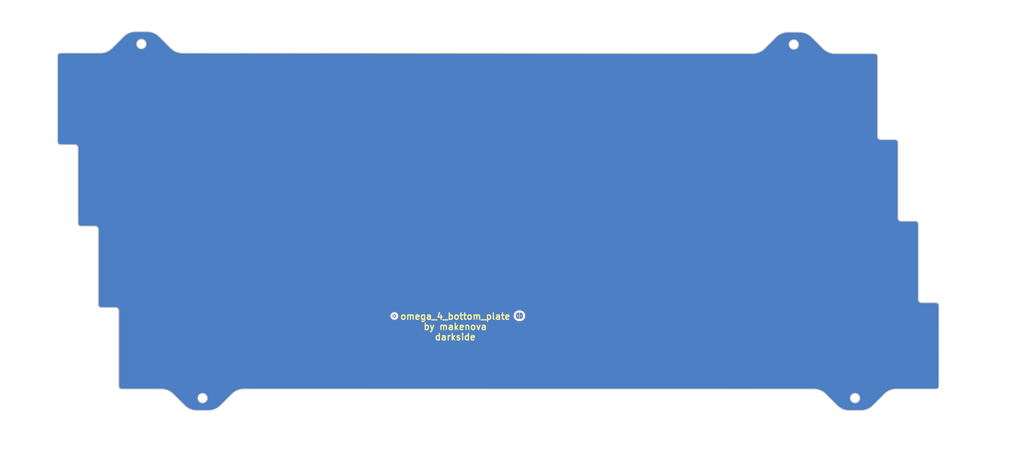
<source format=kicad_pcb>
(kicad_pcb (version 20221018) (generator pcbnew)
  (layers (0 "F.Cu" signal) (31 "B.Cu" signal) (34 "B.Paste" user) (35 "F.Paste" user) (36 "B.SilkS" user "B.Silkscreen") (37 "F.SilkS" user "F.Silkscreen") (38 "B.Mask" user) (39 "F.Mask" user) (44 "Edge.Cuts" user))
  (net 0 "")
  (net 1 "GND")
  (net 2 "Net-(JP1-Pad2)")
  (net 3 "Net-(JP1-Pad1)")
  (footprint "Keebio-Parts:solder_jumper" (layer "F.Cu") (at 154.725 112.875)
    (fp_text reference "JP1" hide)
    (fp_text value "Jumper_NO_Small" hide)
    (fp_poly (pts (xy -0.1 -0.75) (xy -0.3565 -0.7048) (xy -0.5821 -0.5745) (xy -0.7495 -0.375) (xy -0.8386 -0.1302) (xy -0.8386 0.1302) (xy -0.7495 0.375) (xy -0.5821 0.5745) (xy -0.3565 0.7048) (xy -0.1 0.75) (xy -0.1 -0.75)) (stroke (width 0.01)) (fill solid) (layer "F.Cu"))
    (fp_poly (pts (xy 0.1 0.75) (xy 0.3565 0.7048) (xy 0.5821 0.5745) (xy 0.7495 0.375) (xy 0.8386 0.1302) (xy 0.8386 -0.1302) (xy 0.7495 -0.375) (xy 0.5821 -0.5745) (xy 0.3565 -0.7048) (xy 0.1 -0.75) (xy 0.1 0.75)) (stroke (width 0.01)) (fill solid) (layer "F.Cu"))
    (fp_poly (pts (xy -0.1 -0.75) (xy -0.3565 -0.7048) (xy -0.5821 -0.5745) (xy -0.7495 -0.375) (xy -0.8386 -0.1302) (xy -0.8386 0.1302) (xy -0.7495 0.375) (xy -0.5821 0.5745) (xy -0.3565 0.7048) (xy -0.1 0.75) (xy -0.1 -0.75)) (stroke (width 0.01)) (fill solid) (layer "B.Cu"))
    (fp_poly (pts (xy 0.1 0.75) (xy 0.3565 0.7048) (xy 0.5821 0.5745) (xy 0.7495 0.375) (xy 0.8386 0.1302) (xy 0.8386 -0.1302) (xy 0.7495 -0.375) (xy 0.5821 -0.5745) (xy 0.3565 -0.7048) (xy 0.1 -0.75) (xy 0.1 0.75)) (stroke (width 0.01)) (fill solid) (layer "B.Cu"))
    (pad "1" thru_hole circle (at -0.45 0) (size 0.4 0.4) (drill 0.3) (layers "*.Cu" "*.Mask") (net 3 "Net-(JP1-Pad1)"))
    (pad "2" thru_hole circle (at 0.45 0) (size 0.4 0.4) (drill 0.3) (layers "*.Cu" "*.Mask") (net 2 "Net-(JP1-Pad2)"))
  )
  (gr_arc (start 50.845313 72.897559) (mid 51.340288 73.102584) (end 51.545313 73.597559) (stroke (width 0.2)) (layer "Edge.Cuts"))
  (gr_arc (start 61.769934 130.017938) (mid 61.275204 129.812779) (end 61.070313 129.317938) (stroke (width 0.2)) (layer "Edge.Cuts"))
  (gr_line (start 217.50611 46.582598) (end 220.192402 46.582598) (stroke (width 0.2)) (layer "Edge.Cuts"))
  (gr_arc (start 47.470312 72.897557) (mid 46.975338 72.692532) (end 46.770313 72.197558) (stroke (width 0.2)) (layer "Edge.Cuts"))
  (gr_line (start 223.511407 130.023698) (end 90.337627 130.011403) (stroke (width 0.2)) (layer "Edge.Cuts"))
  (gr_line (start 248.670313 109.797558) (end 252.070249 109.797558) (stroke (width 0.2)) (layer "Edge.Cuts"))
  (gr_arc (start 55.595312 91.947559) (mid 56.090287 92.152584) (end 56.295313 92.647558) (stroke (width 0.2)) (layer "Edge.Cuts"))
  (gr_line (start 56.295313 110.272559) (end 56.295313 92.647558) (stroke (width 0.2)) (layer "Edge.Cuts"))
  (gr_line (start 70.545817 47.634097) (end 73.210282 50.298562) (stroke (width 0.2)) (layer "Edge.Cuts"))
  (gr_line (start 239.145313 71.697558) (end 242.520313 71.697558) (stroke (width 0.2)) (layer "Edge.Cuts"))
  (gr_arc (start 52.245314 91.947558) (mid 51.750339 91.742533) (end 51.545313 91.247559) (stroke (width 0.2)) (layer "Edge.Cuts"))
  (gr_line (start 228.510667 51.590141) (end 237.745835 51.597037) (stroke (width 0.2)) (layer "Edge.Cuts"))
  (gr_line (start 234.504897 135.017557) (end 231.818605 135.017557) (stroke (width 0.2)) (layer "Edge.Cuts"))
  (gr_line (start 238.445312 52.297037) (end 238.445313 70.997558) (stroke (width 0.2)) (layer "Edge.Cuts"))
  (gr_line (start 252.770249 110.498004) (end 252.758259 129.317983) (stroke (width 0.2)) (layer "Edge.Cuts"))
  (gr_arc (start 67.71739 46.462524) (mid 69.248124 46.767006) (end 70.545817 47.634097) (stroke (width 0.2)) (layer "Edge.Cuts"))
  (gr_arc (start 212.028427 50.403427) (mid 210.729278 51.27112) (end 209.19685 51.574999) (stroke (width 0.2)) (layer "Edge.Cuts"))
  (gr_circle (center 80.671966 132.117558) (end 81.771966 132.117558) (stroke (width 0.2)) (fill none) (layer "Edge.Cuts"))
  (gr_arc (start 214.677683 47.754171) (mid 215.975376 46.88708) (end 217.50611 46.582598) (stroke (width 0.2)) (layer "Edge.Cuts"))
  (gr_arc (start 239.995528 131.18378) (mid 241.294288 130.316247) (end 242.826264 130.012208) (stroke (width 0.2)) (layer "Edge.Cuts"))
  (gr_line (start 46.770313 72.197558) (end 46.770313 52.148082) (stroke (width 0.2)) (layer "Edge.Cuts"))
  (gr_line (start 247.970313 91.447558) (end 247.970313 109.097558) (stroke (width 0.2)) (layer "Edge.Cuts"))
  (gr_arc (start 59.553348 50.283419) (mid 58.254275 51.151081) (end 56.721934 51.454991) (stroke (width 0.2)) (layer "Edge.Cuts"))
  (gr_line (start 223.020829 47.754171) (end 225.685227 50.418569) (stroke (width 0.2)) (layer "Edge.Cuts"))
  (gr_line (start 60.370313 110.972559) (end 56.995313 110.972559) (stroke (width 0.2)) (layer "Edge.Cuts"))
  (gr_arc (start 79.331104 135.017557) (mid 77.80037 134.713075) (end 76.502677 133.845984) (stroke (width 0.2)) (layer "Edge.Cuts"))
  (gr_circle (center 218.846972 49.482598) (end 219.946972 49.482598) (stroke (width 0.2)) (fill none) (layer "Edge.Cuts"))
  (gr_line (start 212.028427 50.403427) (end 214.677683 47.754171) (stroke (width 0.2)) (layer "Edge.Cuts"))
  (gr_line (start 61.070313 129.317938) (end 61.070313 111.672559) (stroke (width 0.2)) (layer "Edge.Cuts"))
  (gr_arc (start 228.510667 51.590141) (mid 226.981541 51.285088) (end 225.685227 50.418569) (stroke (width 0.2)) (layer "Edge.Cuts"))
  (gr_arc (start 239.145312 71.697557) (mid 238.650338 71.492532) (end 238.445313 70.997558) (stroke (width 0.2)) (layer "Edge.Cuts"))
  (gr_line (start 51.545313 91.247559) (end 51.545313 73.597559) (stroke (width 0.2)) (layer "Edge.Cuts"))
  (gr_arc (start 84.845823 133.845984) (mid 83.54813 134.713075) (end 82.017396 135.017557) (stroke (width 0.2)) (layer "Edge.Cuts"))
  (gr_arc (start 243.920313 90.747558) (mid 243.425338 90.542533) (end 243.220313 90.047558) (stroke (width 0.2)) (layer "Edge.Cuts"))
  (gr_arc (start 247.270313 90.747558) (mid 247.765288 90.952583) (end 247.970313 91.447558) (stroke (width 0.2)) (layer "Edge.Cuts"))
  (gr_line (start 50.845313 72.897559) (end 47.470312 72.897558) (stroke (width 0.2)) (layer "Edge.Cuts"))
  (gr_arc (start 56.995313 110.972559) (mid 56.500338 110.767534) (end 56.295313 110.272559) (stroke (width 0.2)) (layer "Edge.Cuts"))
  (gr_arc (start 237.333324 133.845984) (mid 236.035631 134.713075) (end 234.504897 135.017557) (stroke (width 0.2)) (layer "Edge.Cuts"))
  (gr_line (start 76.502677 133.845984) (end 73.851219 131.194526) (stroke (width 0.2)) (layer "Edge.Cuts"))
  (gr_arc (start 252.758259 129.317983) (mid 252.552933 129.812812) (end 252.057855 130.017537) (stroke (width 0.2)) (layer "Edge.Cuts"))
  (gr_line (start 252.057855 130.017537) (end 242.826264 130.012208) (stroke (width 0.2)) (layer "Edge.Cuts"))
  (gr_line (start 71.024959 130.022953) (end 61.769933 130.017938) (stroke (width 0.2)) (layer "Edge.Cuts"))
  (gr_line (start 239.995528 131.18378) (end 237.333324 133.845984) (stroke (width 0.2)) (layer "Edge.Cuts"))
  (gr_arc (start 76.035559 51.470134) (mid 74.50652 51.16505) (end 73.210282 50.298562) (stroke (width 0.2)) (layer "Edge.Cuts"))
  (gr_circle (center 66.37196 49.362523) (end 67.47196 49.362523) (stroke (width 0.2)) (fill none) (layer "Edge.Cuts"))
  (gr_line (start 82.017396 135.017557) (end 79.331104 135.017557) (stroke (width 0.2)) (layer "Edge.Cuts"))
  (gr_line (start 243.220313 72.397558) (end 243.220313 90.047558) (stroke (width 0.2)) (layer "Edge.Cuts"))
  (gr_arc (start 60.370313 110.972559) (mid 60.865288 111.177584) (end 61.070313 111.672559) (stroke (width 0.2)) (layer "Edge.Cuts"))
  (gr_line (start 65.031098 46.462524) (end 67.71739 46.462524) (stroke (width 0.2)) (layer "Edge.Cuts"))
  (gr_arc (start 231.818605 135.017557) (mid 230.287871 134.713075) (end 228.990178 133.845984) (stroke (width 0.2)) (layer "Edge.Cuts"))
  (gr_arc (start 223.511406 130.023697) (mid 225.041941 130.328249) (end 226.339464 131.19527) (stroke (width 0.2)) (layer "Edge.Cuts"))
  (gr_arc (start 62.202671 47.634097) (mid 63.500364 46.767006) (end 65.031098 46.462524) (stroke (width 0.2)) (layer "Edge.Cuts"))
  (gr_arc (start 242.520312 71.697559) (mid 243.015287 71.902584) (end 243.220313 72.397558) (stroke (width 0.2)) (layer "Edge.Cuts"))
  (gr_arc (start 71.02496 130.022954) (mid 72.554527 130.32785) (end 73.851219 131.194526) (stroke (width 0.2)) (layer "Edge.Cuts"))
  (gr_line (start 59.553348 50.28342) (end 62.202671 47.634097) (stroke (width 0.2)) (layer "Edge.Cuts"))
  (gr_arc (start 248.670313 109.797558) (mid 248.175338 109.592533) (end 247.970313 109.097558) (stroke (width 0.2)) (layer "Edge.Cuts"))
  (gr_arc (start 237.745835 51.597037) (mid 238.240472 51.802247) (end 238.445312 52.297037) (stroke (width 0.2)) (layer "Edge.Cuts"))
  (gr_line (start 228.990178 133.845984) (end 226.339464 131.19527) (stroke (width 0.2)) (layer "Edge.Cuts"))
  (gr_arc (start 87.508831 131.182976) (mid 88.806695 130.315814) (end 90.337627 130.011403) (stroke (width 0.2)) (layer "Edge.Cuts"))
  (gr_line (start 55.595313 91.947559) (end 52.245313 91.947558) (stroke (width 0.2)) (layer "Edge.Cuts"))
  (gr_line (start 47.470835 51.448083) (end 56.721934 51.454991) (stroke (width 0.2)) (layer "Edge.Cuts"))
  (gr_arc (start 46.770313 52.148082) (mid 46.975523 51.652923) (end 47.470835 51.448083) (stroke (width 0.2)) (layer "Edge.Cuts"))
  (gr_arc (start 252.070249 109.797558) (mid 252.565381 110.002741) (end 252.770249 110.498004) (stroke (width 0.2)) (layer "Edge.Cuts"))
  (gr_circle (center 233.159467 132.117558) (end 234.259467 132.117558) (stroke (width 0.2)) (fill none) (layer "Edge.Cuts"))
  (gr_line (start 76.035559 51.470134) (end 209.19685 51.574999) (stroke (width 0.2)) (layer "Edge.Cuts"))
  (gr_line (start 243.920313 90.747558) (end 247.270313 90.747558) (stroke (width 0.2)) (layer "Edge.Cuts"))
  (gr_arc (start 220.192402 46.582598) (mid 221.723136 46.88708) (end 223.020829 47.754171) (stroke (width 0.2)) (layer "Edge.Cuts"))
  (gr_line (start 87.508831 131.182976) (end 84.845823 133.845984) (stroke (width 0.2)) (layer "Edge.Cuts"))
  (gr_text "omega_4_bottom_plate\nby makenova\ndarkside" (at 139.725 115.425) (layer "F.SilkS") (effects (font (size 1.5 1.5) (thickness 0.3))))
  (via (at 125.5 112.925) (size 0.8) (drill 0.4) (layers "F.Cu" "B.Cu") (net 0))
  (zone (net 1) (net_name "GND") (layer "F.Cu") (connect_pads (clearance 0.508)) (min_thickness 0.254) (fill yes (thermal_gap 0.508) (thermal_bridge_width 0.508))
    (polygon (pts (xy 33.625 39.075) (xy 272.65 39.075) (xy 272.65 144.9) (xy 33.325 144.975)))
  )
  (zone (net 1) (net_name "GND") (layer "B.Cu") (connect_pads (clearance 0.508)) (min_thickness 0.254) (fill yes (thermal_gap 0.508) (thermal_bridge_width 0.508))
    (polygon (pts (xy 38.175 44.75) (xy 266.05 44.95) (xy 266.2 138.075) (xy 38.125 138.2)))
  )
)
</source>
